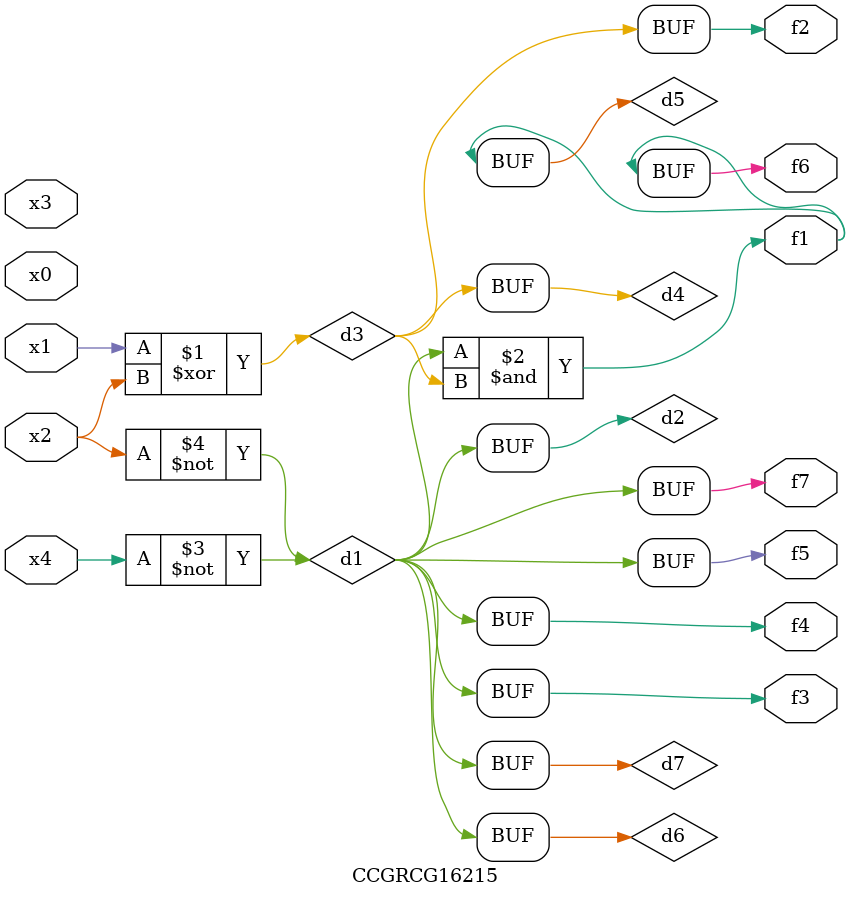
<source format=v>
module CCGRCG16215(
	input x0, x1, x2, x3, x4,
	output f1, f2, f3, f4, f5, f6, f7
);

	wire d1, d2, d3, d4, d5, d6, d7;

	not (d1, x4);
	not (d2, x2);
	xor (d3, x1, x2);
	buf (d4, d3);
	and (d5, d1, d3);
	buf (d6, d1, d2);
	buf (d7, d2);
	assign f1 = d5;
	assign f2 = d4;
	assign f3 = d7;
	assign f4 = d7;
	assign f5 = d7;
	assign f6 = d5;
	assign f7 = d7;
endmodule

</source>
